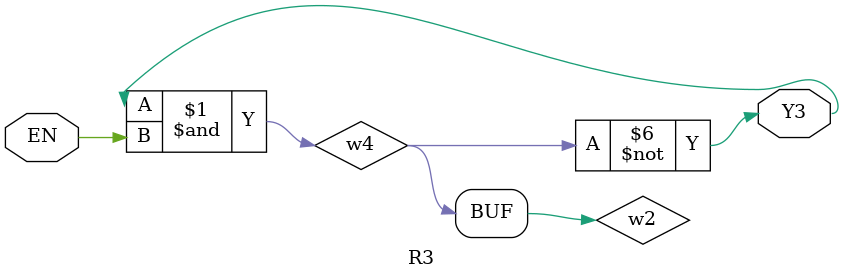
<source format=v>
`timescale 1ns / 1ps
module R3(EN,Y3
    );
input EN;
output Y3;
wire w1,w2,w3,w4,w5;
	nand #3(w1,Y3,EN);
	not #3(w2,w1);
	not #3(w3,w2);
	not #3(w4,w3);
	not #3(Y3,w4);

endmodule

</source>
